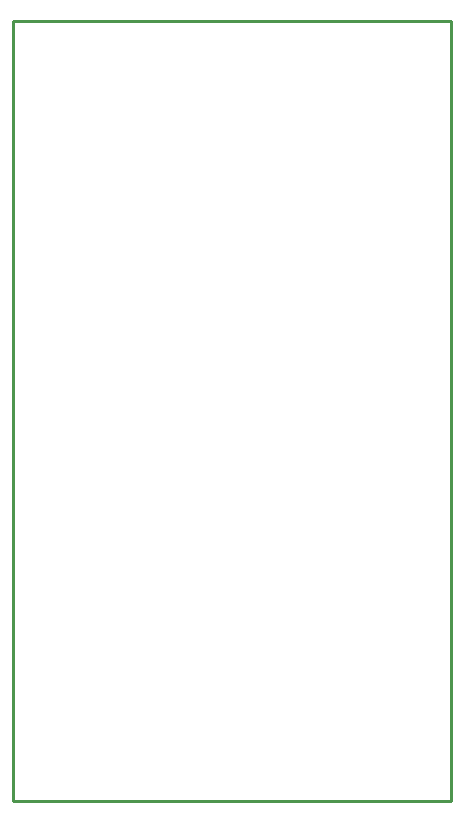
<source format=gko>
*
*
G04 PADS 9.3.1 Build Number: 456998 generated Gerber (RS-274-X) file*
G04 PC Version=2.1*
*
%IN "BrainBoard.pcb"*%
*
%MOIN*%
*
%FSLAX35Y35*%
*
*
*
*
G04 PC Standard Apertures*
*
*
G04 Thermal Relief Aperture macro.*
%AMTER*
1,1,$1,0,0*
1,0,$1-$2,0,0*
21,0,$3,$4,0,0,45*
21,0,$3,$4,0,0,135*
%
*
*
G04 Annular Aperture macro.*
%AMANN*
1,1,$1,0,0*
1,0,$2,0,0*
%
*
*
G04 Odd Aperture macro.*
%AMODD*
1,1,$1,0,0*
1,0,$1-0.005,0,0*
%
*
*
G04 PC Custom Aperture Macros*
*
*
*
*
*
*
G04 PC Aperture Table*
*
%ADD010C,0.001*%
%ADD011C,0.01*%
*
*
*
*
G04 PC Circuitry*
G04 Layer Name BrainBoard.pcb - circuitry*
%LPD*%
*
*
G04 PC Custom Flashes*
G04 Layer Name BrainBoard.pcb - flashes*
%LPD*%
*
*
G04 PC Circuitry*
G04 Layer Name BrainBoard.pcb - circuitry*
%LPD*%
*
G54D10*
G54D11*
G01X500Y500D02*
X146750D01*
Y260500*
X500*
Y500*
X0Y0D02*
M02*

</source>
